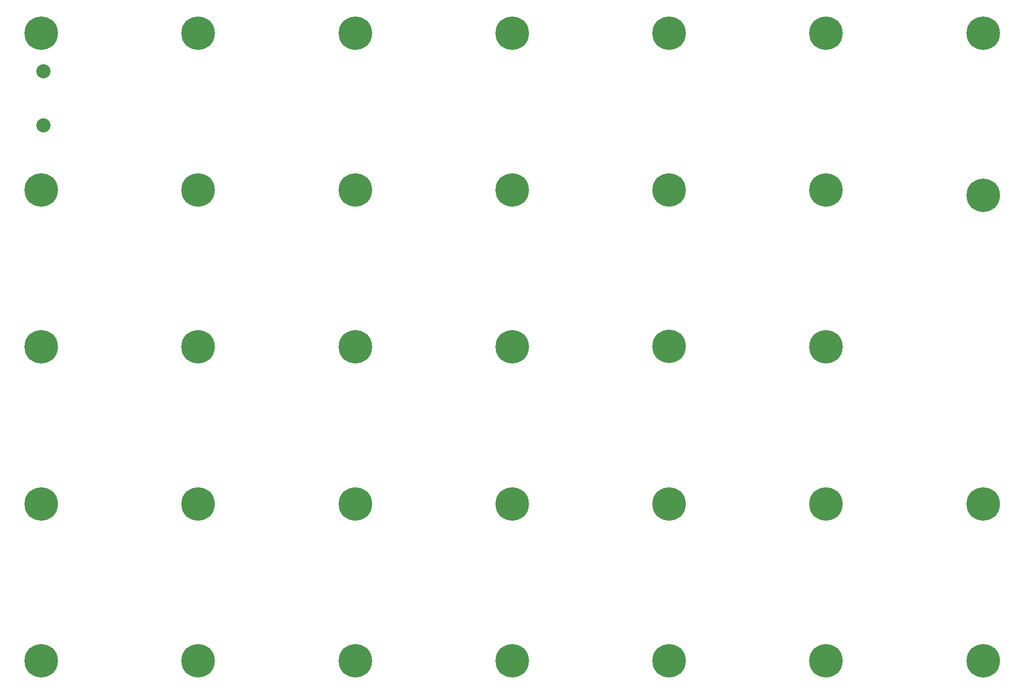
<source format=gbs>
G04 #@! TF.GenerationSoftware,KiCad,Pcbnew,(6.0.7-1)-1*
G04 #@! TF.CreationDate,2023-08-08T09:05:02+02:00*
G04 #@! TF.ProjectId,BD-SMD_PD,42442d53-4d44-45f5-9044-2e6b69636164,rev?*
G04 #@! TF.SameCoordinates,Original*
G04 #@! TF.FileFunction,Soldermask,Bot*
G04 #@! TF.FilePolarity,Negative*
%FSLAX46Y46*%
G04 Gerber Fmt 4.6, Leading zero omitted, Abs format (unit mm)*
G04 Created by KiCad (PCBNEW (6.0.7-1)-1) date 2023-08-08 09:05:02*
%MOMM*%
%LPD*%
G01*
G04 APERTURE LIST*
%ADD10C,6.400000*%
%ADD11C,2.710000*%
G04 APERTURE END LIST*
D10*
X239949000Y-101615000D03*
X149949000Y-131615000D03*
X149949000Y-161615000D03*
X269949000Y-161615000D03*
X209949000Y-161615000D03*
X179949000Y-161615000D03*
X299949000Y-71615000D03*
X149949000Y-101615000D03*
X119949000Y-131615000D03*
X209949000Y-71615000D03*
X239949000Y-161615000D03*
X239949000Y-131544000D03*
X179949000Y-71615000D03*
X299949000Y-191615000D03*
X119949000Y-71615000D03*
X269949000Y-71615000D03*
X239949000Y-191615000D03*
X239949000Y-71615000D03*
X209949000Y-191615000D03*
X269949000Y-101615000D03*
X209949000Y-131615000D03*
X179949000Y-131615000D03*
X149949000Y-71615000D03*
X269949000Y-131615000D03*
X119949000Y-101615000D03*
X149949000Y-191615000D03*
X179949000Y-191615000D03*
X269949000Y-191615000D03*
X299949000Y-161615000D03*
X299949000Y-102615000D03*
X209949000Y-101615000D03*
X119949000Y-191615000D03*
D11*
X120381500Y-78965000D03*
X120381500Y-89265000D03*
D10*
X119949000Y-161615000D03*
X179949000Y-101615000D03*
M02*

</source>
